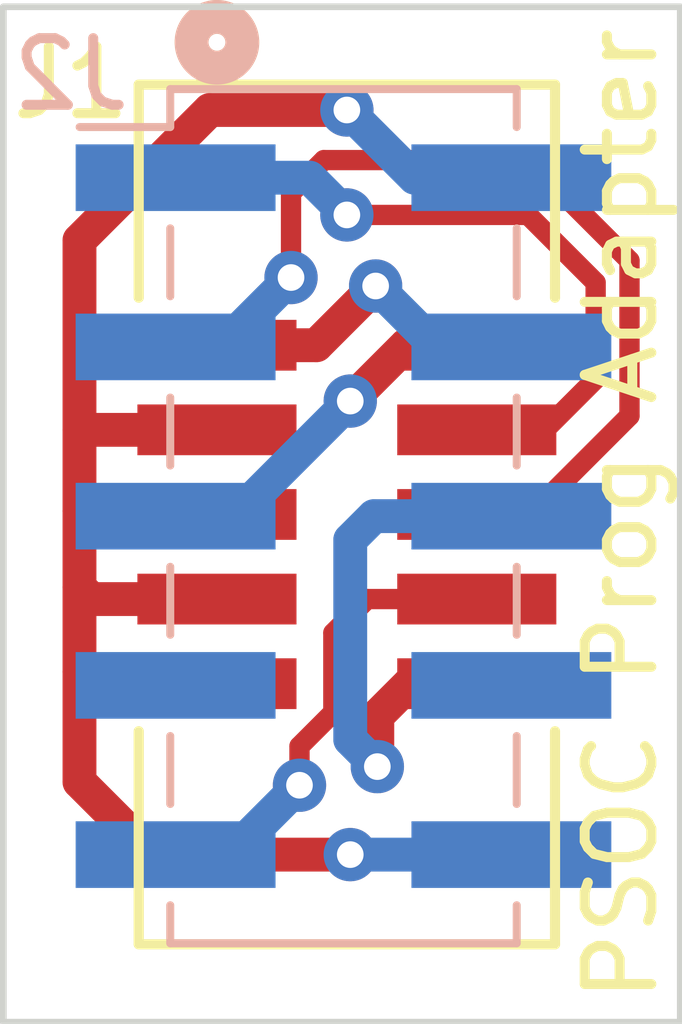
<source format=kicad_pcb>
(kicad_pcb (version 20211014) (generator pcbnew)
  (layers (0 "F.Cu" signal) (31 "B.Cu" signal) (34 "B.Paste" user) (35 "F.Paste" user) (36 "B.SilkS" user "B.Silkscreen") (37 "F.SilkS" user "F.Silkscreen") (38 "B.Mask" user) (39 "F.Mask" user) (44 "Edge.Cuts" user))
  (net 0 "")
  (net 1 "/V_TARG")
  (net 2 "/TMS")
  (net 3 "GND")
  (net 4 "/TCK")
  (net 5 "/TDO")
  (net 6 "/TDI")
  (net 7 "/RST")
  (footprint "t_headers:CONN_20021521-00010T1LF_AMP" (layer "F.Cu") (at 153.7462 96.901 -90)
    (fp_text reference "J1" (at -6.477 4.1402 unlocked) (layer "F.SilkS"))
    (fp_text value "0.05 Pins SMT")
    (fp_circle (center -7.0866 1.95) (end -6.7056 1.95) (layer "B.SilkS") (width 0.508) (fill none))
    (fp_line (start -6.4516 3.1242) (end -3.25374 3.1242) (layer "F.SilkS") (width 0.1524))
    (fp_line (start 3.25374 3.1242) (end 6.4516 3.1242) (layer "F.SilkS") (width 0.1524))
    (fp_line (start -6.4516 -3.1242) (end -6.4516 3.1242) (layer "F.SilkS") (width 0.1524))
    (fp_line (start 6.4516 3.1242) (end 6.4516 -3.1242) (layer "F.SilkS") (width 0.1524))
    (fp_line (start -3.25374 -3.1242) (end -6.4516 -3.1242) (layer "F.SilkS") (width 0.1524))
    (fp_line (start 6.4516 -3.1242) (end 3.25374 -3.1242) (layer "F.SilkS") (width 0.1524))
    (fp_circle (center -7.0866 1.95) (end -6.7056 1.95) (layer "F.SilkS") (width 0.508) (fill none))
    (pad "1" smd rect (at -2.54 1.950001 270) (size 0.762 2.3876) (layers "F.Cu" "F.Paste" "F.Mask") (net 1 "/V_TARG"))
    (pad "2" smd rect (at -2.54 -1.950001 270) (size 0.762 2.3876) (layers "F.Cu" "F.Paste" "F.Mask") (net 2 "/TMS"))
    (pad "3" smd rect (at -1.27 1.950001 270) (size 0.762 2.3876) (layers "F.Cu" "F.Paste" "F.Mask") (net 3 "GND"))
    (pad "4" smd rect (at -1.27 -1.950001 270) (size 0.762 2.3876) (layers "F.Cu" "F.Paste" "F.Mask") (net 4 "/TCK"))
    (pad "5" smd rect (at 0 1.950001 270) (size 0.762 2.3876) (layers "F.Cu" "F.Paste" "F.Mask") (net 3 "GND"))
    (pad "6" smd rect (at 0 -1.950001 270) (size 0.762 2.3876) (layers "F.Cu" "F.Paste" "F.Mask") (net 5 "/TDO"))
    (pad "7" smd rect (at 1.27 1.950001 270) (size 0.762 2.3876) (layers "F.Cu" "F.Paste" "F.Mask") (net 3 "GND"))
    (pad "8" smd rect (at 1.27 -1.950001 270) (size 0.762 2.3876) (layers "F.Cu" "F.Paste" "F.Mask") (net 6 "/TDI"))
    (pad "9" smd rect (at 2.54 1.950001 270) (size 0.762 2.3876) (layers "F.Cu" "F.Paste" "F.Mask") (net 3 "GND"))
    (pad "10" smd rect (at 2.54 -1.950001 270) (size 0.762 2.3876) (layers "F.Cu" "F.Paste" "F.Mask") (net 7 "/RST"))
  )
  (footprint "Connector_PinSocket_2.54mm:PinSocket_2x05_P2.54mm_Vertical_SMD" (layer "B.Cu") (at 153.6954 96.9264 180)
    (fp_text reference "J2" (at 4.0894 6.6294) (layer "B.SilkS") (effects (justify mirror)))
    (fp_text value "0.100 Socket SMT" hide)
    (fp_line (start 2.6 4.32) (end 2.6 3.3) (layer "B.SilkS") (width 0.12))
    (fp_line (start 2.6 -5.84) (end 2.6 -6.41) (layer "B.SilkS") (width 0.12))
    (fp_line (start -2.6 6.41) (end 2.6 6.41) (layer "B.SilkS") (width 0.12))
    (fp_line (start -2.6 -0.76) (end -2.6 -1.78) (layer "B.SilkS") (width 0.12))
    (fp_line (start -2.6 -6.41) (end 2.6 -6.41) (layer "B.SilkS") (width 0.12))
    (fp_line (start 2.6 6.41) (end 2.6 5.84) (layer "B.SilkS") (width 0.12))
    (fp_line (start -2.6 -3.3) (end -2.6 -4.32) (layer "B.SilkS") (width 0.12))
    (fp_line (start 2.6 1.78) (end 2.6 0.76) (layer "B.SilkS") (width 0.12))
    (fp_line (start -2.6 1.78) (end -2.6 0.76) (layer "B.SilkS") (width 0.12))
    (fp_line (start -2.6 -5.84) (end -2.6 -6.41) (layer "B.SilkS") (width 0.12))
    (fp_line (start -2.6 4.32) (end -2.6 3.3) (layer "B.SilkS") (width 0.12))
    (fp_line (start 2.6 -3.3) (end 2.6 -4.32) (layer "B.SilkS") (width 0.12))
    (fp_line (start -2.6 6.41) (end -2.6 5.84) (layer "B.SilkS") (width 0.12))
    (fp_line (start 2.6 -0.76) (end 2.6 -1.78) (layer "B.SilkS") (width 0.12))
    (fp_line (start 2.6 5.84) (end 3.96 5.84) (layer "B.SilkS") (width 0.12))
    (pad "1" smd rect (at 2.52 5.08 180) (size 3 1) (layers "B.Cu" "B.Paste" "B.Mask") (net 4 "/TCK"))
    (pad "2" smd rect (at -2.52 5.08 180) (size 3 1) (layers "B.Cu" "B.Paste" "B.Mask") (net 3 "GND"))
    (pad "3" smd rect (at 2.52 2.54 180) (size 3 1) (layers "B.Cu" "B.Paste" "B.Mask") (net 5 "/TDO"))
    (pad "4" smd rect (at -2.52 2.54 180) (size 3 1) (layers "B.Cu" "B.Paste" "B.Mask") (net 1 "/V_TARG"))
    (pad "5" smd rect (at 2.52 0 180) (size 3 1) (layers "B.Cu" "B.Paste" "B.Mask") (net 2 "/TMS"))
    (pad "6" smd rect (at -2.52 0 180) (size 3 1) (layers "B.Cu" "B.Paste" "B.Mask") (net 7 "/RST"))
    (pad "7" smd rect (at 2.52 -2.54 180) (size 3 1) (layers "B.Cu" "B.Paste" "B.Mask"))
    (pad "8" smd rect (at -2.52 -2.54 180) (size 3 1) (layers "B.Cu" "B.Paste" "B.Mask"))
    (pad "9" smd rect (at 2.52 -5.08 180) (size 3 1) (layers "B.Cu" "B.Paste" "B.Mask") (net 6 "/TDI"))
    (pad "10" smd rect (at -2.52 -5.08 180) (size 3 1) (layers "B.Cu" "B.Paste" "B.Mask") (net 3 "GND"))
  )
  (gr_rect (start 148.59 89.281) (end 158.75 104.521) (layer "Edge.Cuts") (width 0.1) (fill none))
  (gr_text "PSOC Prog Adapter" (at 157.861 96.901 90) (layer "F.SilkS") (effects (font (size 1 1))))
  (segment (start 151.796199 94.361) (end 153.289 94.361) (width 0.508) (layer "F.Cu") (net 1))
  (segment (start 153.289 94.361) (end 154.178 93.472) (width 0.508) (layer "F.Cu") (net 1))
  (via (at 154.178 93.472) (size 0.8) (drill 0.4) (layers "F.Cu" "B.Cu") (net 1))
  (segment (start 155.0924 94.3864) (end 154.178 93.472) (width 0.508) (layer "B.Cu") (net 1))
  (segment (start 156.2154 94.3864) (end 155.0924 94.3864) (width 0.508) (layer "B.Cu") (net 1))
  (segment (start 155.696201 94.361) (end 154.6352 94.361) (width 0.508) (layer "F.Cu") (net 2))
  (segment (start 154.6352 94.361) (end 153.797 95.1992) (width 0.508) (layer "F.Cu") (net 2))
  (via (at 153.797 95.1992) (size 0.8) (drill 0.4) (layers "F.Cu" "B.Cu") (net 2))
  (segment (start 152.0698 96.9264) (end 153.797 95.1992) (width 0.508) (layer "B.Cu") (net 2))
  (segment (start 151.1754 96.9264) (end 152.0698 96.9264) (width 0.508) (layer "B.Cu") (net 2))
  (segment (start 149.9108 98.171) (end 149.733 97.9932) (width 0.508) (layer "F.Cu") (net 3))
  (segment (start 150.8252 102.0064) (end 153.797 102.0064) (width 0.508) (layer "F.Cu") (net 3))
  (segment (start 149.733 99.2632) (end 149.733 97.9932) (width 0.508) (layer "F.Cu") (net 3))
  (segment (start 151.6888 90.8304) (end 153.7462 90.8304) (width 0.508) (layer "F.Cu") (net 3))
  (segment (start 149.7838 96.901) (end 149.733 96.8502) (width 0.508) (layer "F.Cu") (net 3))
  (segment (start 149.733 92.7862) (end 151.6888 90.8304) (width 0.508) (layer "F.Cu") (net 3))
  (segment (start 151.796199 99.441) (end 149.9108 99.441) (width 0.508) (layer "F.Cu") (net 3))
  (segment (start 151.796199 96.901) (end 149.7838 96.901) (width 0.508) (layer "F.Cu") (net 3))
  (segment (start 149.733 95.631) (end 151.796199 95.631) (width 0.508) (layer "F.Cu") (net 3))
  (segment (start 149.733 96.8502) (end 149.733 92.7862) (width 0.508) (layer "F.Cu") (net 3))
  (segment (start 149.733 99.2632) (end 149.733 100.9142) (width 0.508) (layer "F.Cu") (net 3))
  (segment (start 149.733 100.9142) (end 150.8252 102.0064) (width 0.508) (layer "F.Cu") (net 3))
  (segment (start 149.9108 99.441) (end 149.733 99.2632) (width 0.508) (layer "F.Cu") (net 3))
  (segment (start 151.796199 98.171) (end 149.9108 98.171) (width 0.508) (layer "F.Cu") (net 3))
  (segment (start 149.733 97.9932) (end 149.733 96.8502) (width 0.508) (layer "F.Cu") (net 3))
  (via (at 153.797 102.0064) (size 0.8) (drill 0.4) (layers "F.Cu" "B.Cu") (net 3))
  (via (at 153.7462 90.8304) (size 0.8) (drill 0.4) (layers "F.Cu" "B.Cu") (net 3))
  (segment (start 154.7622 91.8464) (end 153.7462 90.8304) (width 0.508) (layer "B.Cu") (net 3))
  (segment (start 156.2154 102.0064) (end 153.797 102.0064) (width 0.508) (layer "B.Cu") (net 3))
  (segment (start 156.2154 91.8464) (end 154.7622 91.8464) (width 0.508) (layer "B.Cu") (net 3))
  (segment (start 156.464 92.4052) (end 153.7462 92.4052) (width 0.3048) (layer "F.Cu") (net 4))
  (segment (start 155.696201 95.631) (end 156.718 95.631) (width 0.3048) (layer "F.Cu") (net 4))
  (segment (start 156.718 95.631) (end 157.48 94.869) (width 0.3048) (layer "F.Cu") (net 4))
  (segment (start 157.48 94.869) (end 157.48 93.4212) (width 0.3048) (layer "F.Cu") (net 4))
  (segment (start 157.48 93.4212) (end 156.464 92.4052) (width 0.3048) (layer "F.Cu") (net 4))
  (via (at 153.7462 92.4052) (size 0.8) (drill 0.4) (layers "F.Cu" "B.Cu") (net 4))
  (segment (start 151.1754 91.8464) (end 153.1874 91.8464) (width 0.508) (layer "B.Cu") (net 4))
  (segment (start 153.1874 91.8464) (end 153.7462 92.4052) (width 0.508) (layer "B.Cu") (net 4))
  (segment (start 156.4793 91.5823) (end 153.4007 91.5823) (width 0.3048) (layer "F.Cu") (net 5))
  (segment (start 155.696201 96.901) (end 156.509001 96.901) (width 0.3048) (layer "F.Cu") (net 5))
  (segment (start 157.988 93.091) (end 156.4793 91.5823) (width 0.3048) (layer "F.Cu") (net 5))
  (segment (start 153.4007 91.5823) (end 152.908 92.075) (width 0.3048) (layer "F.Cu") (net 5))
  (segment (start 152.908 92.075) (end 152.908 93.345) (width 0.3048) (layer "F.Cu") (net 5))
  (segment (start 156.509001 96.901) (end 157.988 95.422001) (width 0.3048) (layer "F.Cu") (net 5))
  (segment (start 157.988 95.422001) (end 157.988 93.091) (width 0.3048) (layer "F.Cu") (net 5))
  (via (at 152.908 93.345) (size 0.8) (drill 0.4) (layers "F.Cu" "B.Cu") (net 5))
  (segment (start 151.1754 94.3864) (end 151.8666 94.3864) (width 0.508) (layer "B.Cu") (net 5))
  (segment (start 151.8666 94.3864) (end 152.908 93.345) (width 0.508) (layer "B.Cu") (net 5))
  (segment (start 153.543 98.679) (end 153.543 99.872499) (width 0.3048) (layer "F.Cu") (net 6))
  (segment (start 154.051 98.171) (end 153.543 98.679) (width 0.3048) (layer "F.Cu") (net 6))
  (segment (start 153.035 100.380499) (end 153.035 100.965) (width 0.3048) (layer "F.Cu") (net 6))
  (segment (start 155.696201 98.171) (end 154.051 98.171) (width 0.3048) (layer "F.Cu") (net 6))
  (segment (start 153.543 99.872499) (end 153.035 100.380499) (width 0.3048) (layer "F.Cu") (net 6))
  (via (at 153.035 100.965) (size 0.8) (drill 0.4) (layers "F.Cu" "B.Cu") (net 6))
  (segment (start 151.1754 102.0064) (end 151.9936 102.0064) (width 0.508) (layer "B.Cu") (net 6))
  (segment (start 151.9936 102.0064) (end 153.035 100.965) (width 0.508) (layer "B.Cu") (net 6))
  (segment (start 155.696201 99.441) (end 154.686 99.441) (width 0.508) (layer "F.Cu") (net 7))
  (segment (start 154.2034 99.9236) (end 154.2034 100.6856) (width 0.508) (layer "F.Cu") (net 7))
  (segment (start 154.686 99.441) (end 154.2034 99.9236) (width 0.508) (layer "F.Cu") (net 7))
  (segment (start 155.696201 99.441) (end 155.448 99.441) (width 0.508) (layer "F.Cu") (net 7))
  (via (at 154.2034 100.6856) (size 0.8) (drill 0.4) (layers "F.Cu" "B.Cu") (net 7))
  (segment (start 153.797 97.282) (end 153.797 100.2792) (width 0.508) (layer "B.Cu") (net 7))
  (segment (start 156.2154 96.9264) (end 154.1526 96.9264) (width 0.508) (layer "B.Cu") (net 7))
  (segment (start 153.797 100.2792) (end 154.2034 100.6856) (width 0.508) (layer "B.Cu") (net 7))
  (segment (start 154.1526 96.9264) (end 153.797 97.282) (width 0.508) (layer "B.Cu") (net 7))
)
</source>
